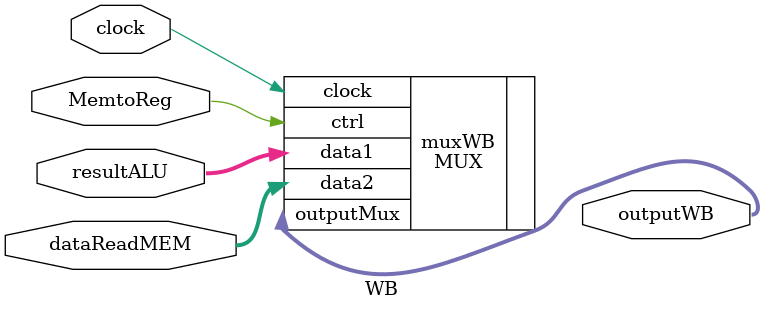
<source format=v>
`include "MUX.v"

module WB(clock, MemtoReg, dataReadMEM, resultALU, outputWB);

    input clock;
    input MemtoReg;
    input [15:0]dataReadMEM;
    input [15:0]resultALU;

    output [15:0]outputWB;

    MUX muxWB(
        .clock(clock), 
        .data1(resultALU),
        .data2(dataReadMEM), 
        .ctrl(MemtoReg),
        .outputMux(outputWB)
    );

endmodule
</source>
